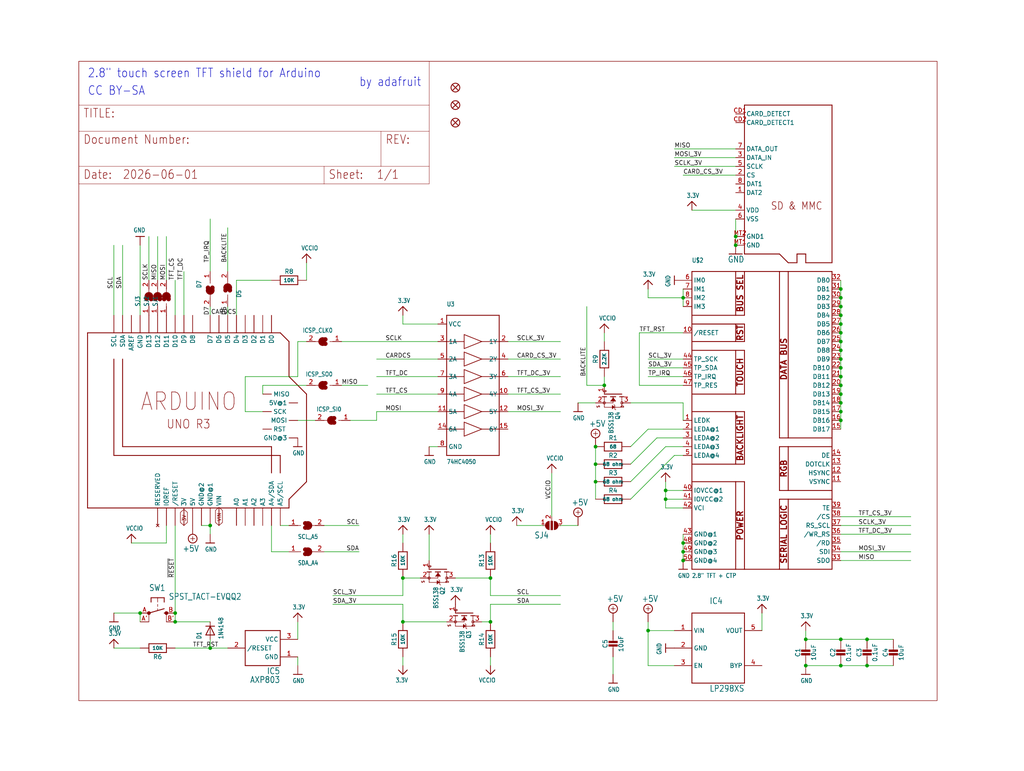
<source format=kicad_sch>
(kicad_sch (version 20230121) (generator eeschema)
  (paper "User" 297.002 223.571)
  (lib_symbols
    (symbol "working-eagle-import:+5V" (power)
      (property "Value" "+5V" (at -1.905 3.175 0))
      (symbol "+5V_1_0"
        (pin power_in line (at 0 -2.54 90) (length 2.54) (name "+5V") (number "1"))
      )
    )
    (symbol "working-eagle-import:3.3V" (power)
      (property "Value" "3.3V" (at -1.524 1.016 0))
      (symbol "3.3V_1_0"
        (pin power_in line (at 0 -2.54 90) (length 2.54) (name "3.3V") (number "1"))
      )
    )
    (symbol "working-eagle-import:74HC4050D"
      (property "Reference" "U" (at -7.62 22.86 0))
      (symbol "74HC4050D_1_0"
        (pin bidirectional line (at -10.16 17.78 0) (length 2.54) (name "VCC") (number "1"))
        (pin bidirectional line (at 10.16 -2.54 180) (length 2.54) (name "4Y") (number "10"))
        (pin bidirectional line (at -10.16 -7.62 0) (length 2.54) (name "5A") (number "11"))
        (pin bidirectional line (at 10.16 -7.62 180) (length 2.54) (name "5Y") (number "12"))
        (pin bidirectional line (at -10.16 -12.7 0) (length 2.54) (name "6A") (number "14"))
        (pin bidirectional line (at 10.16 -12.7 180) (length 2.54) (name "6Y") (number "15"))
        (pin bidirectional line (at 10.16 12.7 180) (length 2.54) (name "1Y") (number "2"))
        (pin bidirectional line (at -10.16 12.7 0) (length 2.54) (name "1A") (number "3"))
        (pin bidirectional line (at 10.16 7.62 180) (length 2.54) (name "2Y") (number "4"))
        (pin bidirectional line (at -10.16 7.62 0) (length 2.54) (name "2A") (number "5"))
        (pin bidirectional line (at 10.16 2.54 180) (length 2.54) (name "3Y") (number "6"))
        (pin bidirectional line (at -10.16 2.54 0) (length 2.54) (name "3A") (number "7"))
        (pin bidirectional line (at -10.16 -17.78 0) (length 2.54) (name "GND") (number "8"))
        (pin bidirectional line (at -10.16 -2.54 0) (length 2.54) (name "4A") (number "9"))
      )
    )
    (symbol "working-eagle-import:ARDUINO_R3_ICSPSMT"
      (symbol "ARDUINO_R3_ICSPSMT_1_0"
        (text "ARDUINO" (at 15.24 27.94 0) (effects (font (size 5.08 4.318)) (justify left bottom)))
        (text "UNO R3" (at 22.86 22.86 0) (effects (font (size 2.54 2.159)) (justify left bottom)))
        (pin power_in line (at 27.94 -5.08 90) (length 5.08) (name "3V") (number "3V"))
        (pin power_in line (at 30.48 -5.08 90) (length 5.08) (name "5V") (number "5V"))
        (pin passive line (at 60.96 30.48 180) (length 2.54) (name "5V@1") (number "5V_ICSP"))
        (pin bidirectional line (at 43.18 -5.08 90) (length 5.08) (name "A0") (number "A0"))
        (pin bidirectional line (at 45.72 -5.08 90) (length 5.08) (name "A1") (number "A1"))
        (pin bidirectional line (at 48.26 -5.08 90) (length 5.08) (name "A2") (number "A2"))
        (pin bidirectional line (at 50.8 -5.08 90) (length 5.08) (name "A3") (number "A3"))
        (pin bidirectional line (at 53.34 -5.08 90) (length 5.08) (name "A4/SDA") (number "A4"))
        (pin bidirectional line (at 55.88 -5.08 90) (length 5.08) (name "A5/SCL") (number "A5"))
        (pin bidirectional line (at 12.7 55.88 270) (length 5.08) (name "AREF") (number "AREF"))
        (pin bidirectional line (at 53.34 55.88 270) (length 5.08) (name "D0") (number "D0"))
        (pin bidirectional line (at 50.8 55.88 270) (length 5.08) (name "D1") (number "D1"))
        (pin bidirectional line (at 25.4 55.88 270) (length 5.08) (name "D10") (number "D10"))
        (pin bidirectional line (at 22.86 55.88 270) (length 5.08) (name "D11") (number "D11"))
        (pin bidirectional line (at 20.32 55.88 270) (length 5.08) (name "D12") (number "D12"))
        (pin bidirectional line (at 17.78 55.88 270) (length 5.08) (name "D13") (number "D13"))
        (pin bidirectional line (at 48.26 55.88 270) (length 5.08) (name "D2") (number "D2"))
        (pin bidirectional line (at 45.72 55.88 270) (length 5.08) (name "D3") (number "D3"))
        (pin bidirectional line (at 43.18 55.88 270) (length 5.08) (name "D4") (number "D4"))
        (pin bidirectional line (at 40.64 55.88 270) (length 5.08) (name "D5") (number "D5"))
        (pin bidirectional line (at 38.1 55.88 270) (length 5.08) (name "D6") (number "D6"))
        (pin bidirectional line (at 35.56 55.88 270) (length 5.08) (name "D7") (number "D7"))
        (pin bidirectional line (at 30.48 55.88 270) (length 5.08) (name "D8") (number "D8"))
        (pin bidirectional line (at 27.94 55.88 270) (length 5.08) (name "D9") (number "D9"))
        (pin power_in line (at 15.24 55.88 270) (length 5.08) (name "GND") (number "GND"))
        (pin power_in line (at 35.56 -5.08 90) (length 5.08) (name "GND@1") (number "GND@1"))
        (pin power_in line (at 33.02 -5.08 90) (length 5.08) (name "GND@2") (number "GND@2"))
        (pin passive line (at 60.96 20.32 180) (length 2.54) (name "GND@3") (number "GND@3"))
        (pin output line (at 22.86 -5.08 90) (length 5.08) (name "IOREF") (number "IOREF"))
        (pin passive line (at 50.8 33.02 0) (length 2.54) (name "MISO") (number "MISO"))
        (pin passive line (at 60.96 25.4 180) (length 2.54) (name "MOSI") (number "MOSI"))
        (pin no_connect line (at 20.32 -5.08 90) (length 5.08) (name "RESERVED") (number "RESERVED"))
        (pin bidirectional line (at 25.4 -5.08 90) (length 5.08) (name "/RESET") (number "RESET"))
        (pin passive line (at 50.8 22.86 0) (length 2.54) (name "RST") (number "RESET_ICSP"))
        (pin passive line (at 50.8 27.94 0) (length 2.54) (name "SCK") (number "SCK"))
        (pin bidirectional line (at 7.62 55.88 270) (length 5.08) (name "SCL") (number "SCL"))
        (pin bidirectional line (at 10.16 55.88 270) (length 5.08) (name "SDA") (number "SDA"))
        (pin power_in line (at 38.1 -5.08 90) (length 5.08) (name "VIN") (number "VIN"))
      )
    )
    (symbol "working-eagle-import:AXP083-SAG"
      (property "Reference" "IC" (at -5.08 -7.62 0))
      (symbol "AXP083-SAG_1_0"
        (pin power_in line (at -10.16 -2.54 0) (length 5.08) (name "GND") (number "1"))
        (pin output line (at 10.16 0 180) (length 5.08) (name "/RESET") (number "2"))
        (pin power_in line (at -10.16 2.54 0) (length 5.08) (name "VCC") (number "3"))
      )
    )
    (symbol "working-eagle-import:CAP_CERAMIC0805-NOOUTLINE"
      (property "Reference" "C" (at -2.29 1.25 90))
      (symbol "CAP_CERAMIC0805-NOOUTLINE_1_0"
        (pin passive line (at 0 5.08 270) (length 2.54) (name "1") (number "1"))
        (pin passive line (at 0 -2.54 90) (length 2.54) (name "2") (number "2"))
      )
    )
    (symbol "working-eagle-import:DIODESOD-323F"
      (property "Reference" "D" (at -2.54 2.54 0))
      (symbol "DIODESOD-323F_1_0"
        (pin passive line (at -2.54 0 0) (length 2.54) (name "A") (number "A"))
        (pin passive line (at 2.54 0 180) (length 2.54) (name "C") (number "C"))
      )
    )
    (symbol "working-eagle-import:DISP_LCD_CTP28_SAMPLE"
      (property "Reference" "TFT" (at -20.32 43.18 0))
      (symbol "DISP_LCD_CTP28_SAMPLE_1_0"
        (text "BACKLIGHT" (at -6.35 -7.62 900) (effects (font (size 1.6764 1.6764) (thickness 0.3353) bold)))
        (text "BUS SEL" (at -6.35 34.29 900) (effects (font (size 1.6764 1.6764) (thickness 0.3353) bold)))
        (text "DATA BUS" (at 6.35 15.24 900) (effects (font (size 1.6764 1.6764) (thickness 0.3353) bold)))
        (text "POWER" (at -6.35 -33.02 900) (effects (font (size 1.6764 1.6764) (thickness 0.3353) bold)))
        (text "RGB" (at 6.35 -16.51 900) (effects (font (size 1.6764 1.6764) (thickness 0.3353) bold)))
        (text "RST" (at -6.35 22.86 900) (effects (font (size 1.6764 1.6764) (thickness 0.3353) bold)))
        (text "SERIAL LOGIC" (at 6.35 -35.56 900) (effects (font (size 1.6764 1.6764) (thickness 0.3353) bold)))
        (text "TOUCH" (at -6.35 11.43 900) (effects (font (size 1.6764 1.6764) (thickness 0.3353) bold)))
        (pin bidirectional line (at -22.86 -2.54 0) (length 2.54) (name "LEDK") (number "1"))
        (pin bidirectional line (at -22.86 22.86 0) (length 2.54) (name "/RESET") (number "10"))
        (pin bidirectional line (at 22.86 -20.32 180) (length 2.54) (name "VSYNC") (number "11"))
        (pin bidirectional line (at 22.86 -17.78 180) (length 2.54) (name "HSYNC") (number "12"))
        (pin bidirectional line (at 22.86 -15.24 180) (length 2.54) (name "DOTCLK") (number "13"))
        (pin bidirectional line (at 22.86 -12.7 180) (length 2.54) (name "DE") (number "14"))
        (pin bidirectional line (at 22.86 -5.08 180) (length 2.54) (name "DB17") (number "15"))
        (pin bidirectional line (at 22.86 -2.54 180) (length 2.54) (name "DB16") (number "16"))
        (pin bidirectional line (at 22.86 0 180) (length 2.54) (name "DB15") (number "17"))
        (pin bidirectional line (at 22.86 2.54 180) (length 2.54) (name "DB14") (number "18"))
        (pin bidirectional line (at 22.86 5.08 180) (length 2.54) (name "DB13") (number "19"))
        (pin bidirectional line (at -22.86 -5.08 0) (length 2.54) (name "LEDA@1") (number "2"))
        (pin bidirectional line (at 22.86 7.62 180) (length 2.54) (name "DB12") (number "20"))
        (pin bidirectional line (at 22.86 10.16 180) (length 2.54) (name "DB11") (number "21"))
        (pin bidirectional line (at 22.86 12.7 180) (length 2.54) (name "DB10") (number "22"))
        (pin bidirectional line (at 22.86 15.24 180) (length 2.54) (name "DB9") (number "23"))
        (pin bidirectional line (at 22.86 17.78 180) (length 2.54) (name "DB8") (number "24"))
        (pin bidirectional line (at 22.86 20.32 180) (length 2.54) (name "DB7") (number "25"))
        (pin bidirectional line (at 22.86 22.86 180) (length 2.54) (name "DB6") (number "26"))
        (pin bidirectional line (at 22.86 25.4 180) (length 2.54) (name "DB5") (number "27"))
        (pin bidirectional line (at 22.86 27.94 180) (length 2.54) (name "DB4") (number "28"))
        (pin bidirectional line (at 22.86 30.48 180) (length 2.54) (name "DB3") (number "29"))
        (pin bidirectional line (at -22.86 -7.62 0) (length 2.54) (name "LEDA@2") (number "3"))
        (pin bidirectional line (at 22.86 33.02 180) (length 2.54) (name "DB2") (number "30"))
        (pin bidirectional line (at 22.86 35.56 180) (length 2.54) (name "DB1") (number "31"))
        (pin bidirectional line (at 22.86 38.1 180) (length 2.54) (name "DB0") (number "32"))
        (pin bidirectional line (at 22.86 -43.18 180) (length 2.54) (name "SDO") (number "33"))
        (pin bidirectional line (at 22.86 -40.64 180) (length 2.54) (name "SDI") (number "34"))
        (pin bidirectional line (at 22.86 -38.1 180) (length 2.54) (name "/RD") (number "35"))
        (pin bidirectional line (at 22.86 -35.56 180) (length 2.54) (name "/WR_RS") (number "36"))
        (pin bidirectional line (at 22.86 -33.02 180) (length 2.54) (name "RS_SCL") (number "37"))
        (pin bidirectional line (at 22.86 -30.48 180) (length 2.54) (name "/CS") (number "38"))
        (pin bidirectional line (at 22.86 -27.94 180) (length 2.54) (name "TE") (number "39"))
        (pin bidirectional line (at -22.86 -10.16 0) (length 2.54) (name "LEDA@3") (number "4"))
        (pin bidirectional line (at -22.86 -22.86 0) (length 2.54) (name "IOVCC@1") (number "40"))
        (pin bidirectional line (at -22.86 -25.4 0) (length 2.54) (name "IOVCC@2") (number "41"))
        (pin bidirectional line (at -22.86 -27.94 0) (length 2.54) (name "VCI") (number "42"))
        (pin bidirectional line (at -22.86 -35.56 0) (length 2.54) (name "GND@1") (number "43"))
        (pin bidirectional line (at -22.86 15.24 0) (length 2.54) (name "TP_SCK") (number "44"))
        (pin bidirectional line (at -22.86 12.7 0) (length 2.54) (name "TP_SDA") (number "45"))
        (pin bidirectional line (at -22.86 10.16 0) (length 2.54) (name "TP_IRQ") (number "46"))
        (pin bidirectional line (at -22.86 7.62 0) (length 2.54) (name "TP_RES") (number "47"))
        (pin bidirectional line (at -22.86 -38.1 0) (length 2.54) (name "GND@2") (number "48"))
        (pin bidirectional line (at -22.86 -40.64 0) (length 2.54) (name "GND@3") (number "49"))
        (pin bidirectional line (at -22.86 -12.7 0) (length 2.54) (name "LEDA@4") (number "5"))
        (pin bidirectional line (at -22.86 -43.18 0) (length 2.54) (name "GND@4") (number "50"))
        (pin bidirectional line (at -22.86 38.1 0) (length 2.54) (name "IM0") (number "6"))
        (pin bidirectional line (at -22.86 35.56 0) (length 2.54) (name "IM1") (number "7"))
        (pin bidirectional line (at -22.86 33.02 0) (length 2.54) (name "IM2") (number "8"))
        (pin bidirectional line (at -22.86 30.48 0) (length 2.54) (name "IM3") (number "9"))
      )
    )
    (symbol "working-eagle-import:FIDUCIAL_1MM")
    (symbol "working-eagle-import:GND" (power)
      (property "Value" "GND" (at -2.54 -2.54 0))
      (symbol "GND_1_0"
        (pin power_in line (at 0 2.54 270) (length 2.54) (name "GND") (number "1"))
      )
    )
    (symbol "working-eagle-import:LETTER_L"
      (symbol "LETTER_L_2_0"
        (text "${#}/${##}" (at 86.36 1.27 0) (effects (font (size 2.54 2.159)) (justify left bottom)))
        (text "${CURRENT_DATE}" (at 12.7 1.27 0) (effects (font (size 2.54 2.159)) (justify left bottom)))
        (text "${PROJECTNAME}" (at 17.78 19.05 0) (effects (font (size 2.54 2.159)) (justify left bottom)))
        (text "Date:" (at 1.27 1.27 0) (effects (font (size 2.54 2.159)) (justify left bottom)))
        (text "Document Number:" (at 1.27 11.43 0) (effects (font (size 2.54 2.159)) (justify left bottom)))
        (text "REV:" (at 88.9 11.43 0) (effects (font (size 2.54 2.159)) (justify left bottom)))
        (text "Sheet:" (at 72.39 1.27 0) (effects (font (size 2.54 2.159)) (justify left bottom)))
        (text "TITLE:" (at 1.27 19.05 0) (effects (font (size 2.54 2.159)) (justify left bottom)))
      )
    )
    (symbol "working-eagle-import:LP298XS"
      (property "Reference" "IC" (at -12.7 -5.08 90))
      (symbol "LP298XS_1_0"
        (pin bidirectional line (at -5.08 -15.24 90) (length 5.08) (name "VIN") (number "1"))
        (pin bidirectional line (at 0 -15.24 90) (length 5.08) (name "GND") (number "2"))
        (pin bidirectional line (at 5.08 -15.24 90) (length 5.08) (name "EN") (number "3"))
        (pin bidirectional line (at 5.08 10.16 270) (length 5.08) (name "BYP") (number "4"))
        (pin bidirectional line (at -5.08 10.16 270) (length 5.08) (name "VOUT") (number "5"))
      )
    )
    (symbol "working-eagle-import:MICROSD"
      (symbol "MICROSD_1_0"
        (text "SD & MMC" (at -7.62 -10.16 0) (effects (font (size 2.1844 1.8567)) (justify left bottom)))
        (pin bidirectional line (at -17.78 -5.08 0) (length 2.54) (name "DAT2") (number "1"))
        (pin input line (at -17.78 0 0) (length 2.54) (name "CS") (number "2"))
        (pin input line (at -17.78 5.08 0) (length 2.54) (name "DATA_IN") (number "3"))
        (pin power_in line (at -17.78 -10.16 0) (length 2.54) (name "VDD") (number "4"))
        (pin input line (at -17.78 2.54 0) (length 2.54) (name "SCLK") (number "5"))
        (pin power_in line (at -17.78 -12.7 0) (length 2.54) (name "VSS") (number "6"))
        (pin output line (at -17.78 7.62 0) (length 2.54) (name "DATA_OUT") (number "7"))
        (pin bidirectional line (at -17.78 -2.54 0) (length 2.54) (name "DAT1") (number "8"))
        (pin passive line (at -17.78 17.78 0) (length 2.54) (name "CARD_DETECT") (number "CD1"))
        (pin passive line (at -17.78 15.24 0) (length 2.54) (name "CARD_DETECT1") (number "CD2"))
        (pin power_in line (at -17.78 -20.32 0) (length 2.54) (name "GND") (number "MT1"))
        (pin power_in line (at -17.78 -17.78 0) (length 2.54) (name "GND1") (number "MT2"))
      )
    )
    (symbol "working-eagle-import:MOSFET-NWIDE"
      (property "Reference" "Q" (at 5.08 0.635 0))
      (symbol "MOSFET-NWIDE_1_0"
        (text "D" (at 3.175 3.175 0) (effects (font (size 0.8128 0.6908)) (justify left bottom)))
        (text "G" (at -1.27 -1.905 0) (effects (font (size 0.8128 0.6908)) (justify left bottom)))
        (text "S" (at 3.175 -3.81 0) (effects (font (size 0.8128 0.6908)) (justify left bottom)))
        (pin bidirectional line (at -2.54 -2.54 0) (length 2.54) (name "G") (number "1"))
        (pin bidirectional line (at 2.54 -5.08 90) (length 2.54) (name "S") (number "2"))
        (pin bidirectional line (at 2.54 5.08 270) (length 2.54) (name "D") (number "3"))
      )
    )
    (symbol "working-eagle-import:RESISTOR0805_NOOUTLINE"
      (property "Reference" "R" (at 0 2.54 0))
      (symbol "RESISTOR0805_NOOUTLINE_1_0"
        (pin passive line (at -5.08 0 0) (length 2.54) (name "1") (number "1"))
        (pin passive line (at 5.08 0 180) (length 2.54) (name "2") (number "2"))
      )
    )
    (symbol "working-eagle-import:SOLDERJUMPER"
      (property "Reference" "SJ" (at -2.54 2.54 0))
      (symbol "SOLDERJUMPER_1_0"
        (pin passive line (at -5.08 0 0) (length 2.54) (name "1") (number "1"))
        (pin passive line (at 5.08 0 180) (length 2.54) (name "2") (number "2"))
      )
    )
    (symbol "working-eagle-import:SOLDERJUMPERCLOSED"
      (property "Reference" "SJ" (at -2.54 2.54 0))
      (symbol "SOLDERJUMPERCLOSED_1_0"
        (pin passive line (at -5.08 0 0) (length 2.54) (name "1") (number "1"))
        (pin passive line (at 5.08 0 180) (length 2.54) (name "2") (number "2"))
      )
    )
    (symbol "working-eagle-import:SOLDERJUMPERREFLOW_NOPASTE"
      (property "Reference" "SJ" (at -2.54 2.54 0))
      (symbol "SOLDERJUMPERREFLOW_NOPASTE_1_0"
        (pin passive line (at -5.08 0 0) (length 2.54) (name "1") (number "1"))
        (pin passive line (at 5.08 0 180) (length 2.54) (name "2") (number "2"))
      )
    )
    (symbol "working-eagle-import:SOLDERJUMPER_2WAY"
      (property "Reference" "SJ" (at -5.08 -3.81 0))
      (symbol "SOLDERJUMPER_2WAY_1_0"
        (pin passive line (at -2.54 0 0) (length 0) (name "1") (number "1"))
        (pin passive line (at 0 2.54 270) (length 0) (name "2") (number "2"))
        (pin passive line (at 2.54 0 180) (length 0) (name "3") (number "3"))
      )
    )
    (symbol "working-eagle-import:SPST_TACT-EVQQ2"
      (property "Reference" "SW" (at -6.35 -2.54 90))
      (symbol "SPST_TACT-EVQQ2_1_0"
        (pin passive line (at 0 -5.08 90) (length 2.54) (name "P") (number "A"))
        (pin passive line (at 2.54 -5.08 90) (length 2.54) (name "P1") (number "A'"))
        (pin passive line (at 0 5.08 270) (length 2.54) (name "S") (number "B"))
        (pin passive line (at 2.54 5.08 270) (length 2.54) (name "S1") (number "B'"))
      )
    )
    (symbol "working-eagle-import:VCCIO" (power)
      (property "Value" "VCCIO" (at -1.524 1.016 0))
      (symbol "VCCIO_1_0"
        (pin power_in line (at 0 -2.54 90) (length 2.54) (name "VCCIO") (number "1"))
      )
    )
    (symbol "working-eagle-import:microbuilder_GND" (power)
      (property "Value" "microbuilder_GND" (at -1.524 -2.54 0))
      (symbol "microbuilder_GND_1_0"
        (pin power_in line (at 0 2.54 270) (length 2.54) (name "GND") (number "1"))
      )
    )
  )
  (junction (at 198.12 86.36))
  (junction (at 213.36 68.58))
  (junction (at 50.8 180.34))
  (junction (at 243.84 96.52))
  (junction (at 243.84 86.36))
  (junction (at 187.96 182.88))
  (junction (at 60.96 152.4))
  (junction (at 243.84 106.68))
  (junction (at 243.84 104.14))
  (junction (at 193.04 142.24))
  (junction (at 243.84 101.6))
  (junction (at 233.68 193.04))
  (junction (at 243.84 121.92))
  (junction (at 116.84 180.34))
  (junction (at 243.84 99.06))
  (junction (at 243.84 83.82))
  (junction (at 243.84 111.76))
  (junction (at 233.68 185.42))
  (junction (at 175.26 111.76))
  (junction (at 198.12 160.02))
  (junction (at 142.24 167.64))
  (junction (at 243.84 93.98))
  (junction (at 198.12 157.48))
  (junction (at 243.84 91.44))
  (junction (at 198.12 162.56))
  (junction (at 142.24 180.34))
  (junction (at 243.84 185.42))
  (junction (at 60.96 187.96))
  (junction (at 243.84 109.22))
  (junction (at 172.72 139.7))
  (junction (at 243.84 114.3))
  (junction (at 193.04 144.78))
  (junction (at 251.46 193.04))
  (junction (at 40.64 177.8))
  (junction (at 213.36 71.12))
  (junction (at 50.8 177.8))
  (junction (at 172.72 134.62))
  (junction (at 251.46 185.42))
  (junction (at 243.84 119.38))
  (junction (at 243.84 193.04))
  (junction (at 116.84 167.64))
  (junction (at 243.84 116.84))
  (junction (at 172.72 129.54))
  (junction (at 243.84 88.9))
  (wire (pts (xy 116.84 193.04) (xy 116.84 190.5)) (stroke (width 0.1524)))
  (wire (pts (xy 198.12 109.22) (xy 187.96 109.22)) (stroke (width 0.1524)))
  (wire (pts (xy 195.58 132.08) (xy 198.12 132.08)) (stroke (width 0.1524)))
  (wire (pts (xy 66.04 91.44) (xy 66.04 88.9)) (stroke (width 0.1524)))
  (wire (pts (xy 147.32 104.14) (xy 162.56 104.14)) (stroke (width 0.1524)))
  (wire (pts (xy 213.36 48.26) (xy 195.58 48.26)) (stroke (width 0.1524)))
  (wire (pts (xy 198.12 86.36) (xy 187.96 86.36)) (stroke (width 0.1524)))
  (wire (pts (xy 76.2 114.3) (xy 76.2 111.76)) (stroke (width 0.1524)))
  (wire (pts (xy 182.88 129.54) (xy 187.96 124.46)) (stroke (width 0.1524)))
  (wire (pts (xy 48.26 152.4) (xy 48.26 157.48)) (stroke (width 0.1524)))
  (wire (pts (xy 60.96 152.4) (xy 60.96 154.94)) (stroke (width 0.1524)))
  (wire (pts (xy 93.98 152.4) (xy 104.14 152.4)) (stroke (width 0.1524)))
  (wire (pts (xy 175.26 109.22) (xy 175.26 111.76)) (stroke (width 0.1524)))
  (wire (pts (xy 243.84 185.42) (xy 251.46 185.42)) (stroke (width 0.1524)))
  (wire (pts (xy 116.84 167.64) (xy 121.92 167.64)) (stroke (width 0.1524)))
  (wire (pts (xy 213.36 71.12) (xy 213.36 68.58)) (stroke (width 0.1524)))
  (wire (pts (xy 86.36 99.06) (xy 88.9 99.06)) (stroke (width 0.1524)))
  (wire (pts (xy 127 114.3) (xy 109.22 114.3)) (stroke (width 0.1524)))
  (wire (pts (xy 116.84 154.94) (xy 116.84 157.48)) (stroke (width 0.1524)))
  (wire (pts (xy 129.54 180.34) (xy 116.84 180.34)) (stroke (width 0.1524)))
  (wire (pts (xy 187.96 193.04) (xy 187.96 182.88)) (stroke (width 0.1524)))
  (wire (pts (xy 33.02 91.44) (xy 33.02 71.12)) (stroke (width 0.1524)))
  (wire (pts (xy 243.84 160.02) (xy 264.16 160.02)) (stroke (width 0.1524)))
  (wire (pts (xy 116.84 93.98) (xy 116.84 91.44)) (stroke (width 0.1524)))
  (wire (pts (xy 167.64 152.4) (xy 162.56 152.4)) (stroke (width 0.1524)))
  (wire (pts (xy 60.96 187.96) (xy 50.8 187.96)) (stroke (width 0.1524)))
  (wire (pts (xy 86.36 109.22) (xy 86.36 99.06)) (stroke (width 0.1524)))
  (wire (pts (xy 193.04 129.54) (xy 198.12 129.54)) (stroke (width 0.1524)))
  (wire (pts (xy 60.96 91.44) (xy 60.96 88.9)) (stroke (width 0.1524)))
  (wire (pts (xy 147.32 119.38) (xy 162.56 119.38)) (stroke (width 0.1524)))
  (wire (pts (xy 132.08 167.64) (xy 142.24 167.64)) (stroke (width 0.1524)))
  (wire (pts (xy 35.56 91.44) (xy 35.56 71.12)) (stroke (width 0.1524)))
  (wire (pts (xy 86.36 185.42) (xy 86.36 180.34)) (stroke (width 0.1524)))
  (wire (pts (xy 124.46 162.56) (xy 124.46 154.94)) (stroke (width 0.1524)))
  (wire (pts (xy 251.46 193.04) (xy 243.84 193.04)) (stroke (width 0.1524)))
  (wire (pts (xy 58.42 152.4) (xy 60.96 152.4)) (stroke (width 0.1524)))
  (wire (pts (xy 40.64 187.96) (xy 33.02 187.96)) (stroke (width 0.1524)))
  (wire (pts (xy 78.74 160.02) (xy 78.74 152.4)) (stroke (width 0.1524)))
  (wire (pts (xy 198.12 144.78) (xy 193.04 144.78)) (stroke (width 0.1524)))
  (wire (pts (xy 243.84 121.92) (xy 243.84 124.46)) (stroke (width 0.1524)))
  (wire (pts (xy 195.58 193.04) (xy 187.96 193.04)) (stroke (width 0.1524)))
  (wire (pts (xy 198.12 116.84) (xy 198.12 121.92)) (stroke (width 0.1524)))
  (wire (pts (xy 182.88 116.84) (xy 198.12 116.84)) (stroke (width 0.1524)))
  (wire (pts (xy 45.72 81.28) (xy 45.72 68.58)) (stroke (width 0.1524)))
  (wire (pts (xy 198.12 154.94) (xy 198.12 157.48)) (stroke (width 0.1524)))
  (wire (pts (xy 243.84 116.84) (xy 243.84 119.38)) (stroke (width 0.1524)))
  (wire (pts (xy 142.24 172.72) (xy 162.56 172.72)) (stroke (width 0.1524)))
  (wire (pts (xy 198.12 111.76) (xy 185.42 111.76)) (stroke (width 0.1524)))
  (wire (pts (xy 177.8 180.34) (xy 177.8 182.88)) (stroke (width 0.1524)))
  (wire (pts (xy 40.64 71.12) (xy 40.64 91.44)) (stroke (width 0.1524)))
  (wire (pts (xy 193.04 147.32) (xy 193.04 144.78)) (stroke (width 0.1524)))
  (wire (pts (xy 233.68 193.04) (xy 243.84 193.04)) (stroke (width 0.1524)))
  (wire (pts (xy 213.36 60.96) (xy 200.66 60.96)) (stroke (width 0.1524)))
  (wire (pts (xy 175.26 111.76) (xy 170.18 111.76)) (stroke (width 0.1524)))
  (wire (pts (xy 124.46 129.54) (xy 127 129.54)) (stroke (width 0.1524)))
  (wire (pts (xy 142.24 154.94) (xy 142.24 157.48)) (stroke (width 0.1524)))
  (wire (pts (xy 68.58 81.28) (xy 78.74 81.28)) (stroke (width 0.1524)))
  (wire (pts (xy 116.84 172.72) (xy 96.52 172.72)) (stroke (width 0.1524)))
  (wire (pts (xy 198.12 160.02) (xy 198.12 162.56)) (stroke (width 0.1524)))
  (wire (pts (xy 251.46 185.42) (xy 259.08 185.42)) (stroke (width 0.1524)))
  (wire (pts (xy 127 99.06) (xy 99.06 99.06)) (stroke (width 0.1524)))
  (wire (pts (xy 142.24 180.34) (xy 139.7 180.34)) (stroke (width 0.1524)))
  (wire (pts (xy 187.96 106.68) (xy 198.12 106.68)) (stroke (width 0.1524)))
  (wire (pts (xy 185.42 111.76) (xy 185.42 96.52)) (stroke (width 0.1524)))
  (wire (pts (xy 182.88 134.62) (xy 190.5 127)) (stroke (width 0.1524)))
  (wire (pts (xy 182.88 139.7) (xy 193.04 129.54)) (stroke (width 0.1524)))
  (wire (pts (xy 160.02 149.86) (xy 160.02 137.16)) (stroke (width 0.1524)))
  (wire (pts (xy 147.32 114.3) (xy 162.56 114.3)) (stroke (width 0.1524)))
  (wire (pts (xy 182.88 144.78) (xy 195.58 132.08)) (stroke (width 0.1524)))
  (wire (pts (xy 187.96 86.36) (xy 187.96 83.82)) (stroke (width 0.1524)))
  (wire (pts (xy 172.72 116.84) (xy 167.64 116.84)) (stroke (width 0.1524)))
  (wire (pts (xy 198.12 96.52) (xy 185.42 96.52)) (stroke (width 0.1524)))
  (wire (pts (xy 116.84 172.72) (xy 116.84 167.64)) (stroke (width 0.1524)))
  (wire (pts (xy 66.04 187.96) (xy 60.96 187.96)) (stroke (width 0.1524)))
  (wire (pts (xy 198.12 104.14) (xy 187.96 104.14)) (stroke (width 0.1524)))
  (wire (pts (xy 142.24 175.26) (xy 162.56 175.26)) (stroke (width 0.1524)))
  (wire (pts (xy 71.12 119.38) (xy 71.12 109.22)) (stroke (width 0.1524)))
  (wire (pts (xy 193.04 147.32) (xy 198.12 147.32)) (stroke (width 0.1524)))
  (wire (pts (xy 187.96 182.88) (xy 195.58 182.88)) (stroke (width 0.1524)))
  (wire (pts (xy 60.96 78.74) (xy 60.96 63.5)) (stroke (width 0.1524)))
  (wire (pts (xy 109.22 109.22) (xy 127 109.22)) (stroke (width 0.1524)))
  (wire (pts (xy 243.84 149.86) (xy 264.16 149.86)) (stroke (width 0.1524)))
  (wire (pts (xy 66.04 78.74) (xy 66.04 66.04)) (stroke (width 0.1524)))
  (wire (pts (xy 83.82 152.4) (xy 81.28 152.4)) (stroke (width 0.1524)))
  (wire (pts (xy 48.26 157.48) (xy 38.1 157.48)) (stroke (width 0.1524)))
  (wire (pts (xy 198.12 83.82) (xy 198.12 86.36)) (stroke (width 0.1524)))
  (wire (pts (xy 116.84 180.34) (xy 116.84 175.26)) (stroke (width 0.1524)))
  (wire (pts (xy 198.12 50.8) (xy 213.36 50.8)) (stroke (width 0.1524)))
  (wire (pts (xy 116.84 93.98) (xy 127 93.98)) (stroke (width 0.1524)))
  (wire (pts (xy 53.34 91.44) (xy 53.34 78.74)) (stroke (width 0.1524)))
  (wire (pts (xy 243.84 96.52) (xy 243.84 99.06)) (stroke (width 0.1524)))
  (wire (pts (xy 233.68 182.88) (xy 233.68 185.42)) (stroke (width 0.1524)))
  (wire (pts (xy 96.52 175.26) (xy 116.84 175.26)) (stroke (width 0.1524)))
  (wire (pts (xy 50.8 177.8) (xy 50.8 152.4)) (stroke (width 0.1524)))
  (wire (pts (xy 177.8 195.58) (xy 177.8 190.5)) (stroke (width 0.1524)))
  (wire (pts (xy 243.84 88.9) (xy 243.84 91.44)) (stroke (width 0.1524)))
  (wire (pts (xy 147.32 99.06) (xy 162.56 99.06)) (stroke (width 0.1524)))
  (wire (pts (xy 172.72 134.62) (xy 172.72 139.7)) (stroke (width 0.1524)))
  (wire (pts (xy 40.64 177.8) (xy 40.64 180.34)) (stroke (width 0.1524)))
  (wire (pts (xy 172.72 139.7) (xy 172.72 144.78)) (stroke (width 0.1524)))
  (wire (pts (xy 220.98 177.8) (xy 220.98 182.88)) (stroke (width 0.1524)))
  (wire (pts (xy 243.84 104.14) (xy 243.84 106.68)) (stroke (width 0.1524)))
  (wire (pts (xy 243.84 119.38) (xy 243.84 121.92)) (stroke (width 0.1524)))
  (wire (pts (xy 243.84 154.94) (xy 264.16 154.94)) (stroke (width 0.1524)))
  (wire (pts (xy 243.84 101.6) (xy 243.84 104.14)) (stroke (width 0.1524)))
  (wire (pts (xy 142.24 167.64) (xy 142.24 172.72)) (stroke (width 0.1524)))
  (wire (pts (xy 198.12 86.36) (xy 198.12 88.9)) (stroke (width 0.1524)))
  (wire (pts (xy 243.84 93.98) (xy 243.84 96.52)) (stroke (width 0.1524)))
  (wire (pts (xy 195.58 43.18) (xy 213.36 43.18)) (stroke (width 0.1524)))
  (wire (pts (xy 142.24 193.04) (xy 142.24 190.5)) (stroke (width 0.1524)))
  (wire (pts (xy 243.84 152.4) (xy 264.16 152.4)) (stroke (width 0.1524)))
  (wire (pts (xy 60.96 185.42) (xy 60.96 187.96)) (stroke (width 0.1524)))
  (wire (pts (xy 213.36 68.58) (xy 213.36 63.5)) (stroke (width 0.1524)))
  (wire (pts (xy 243.84 91.44) (xy 243.84 93.98)) (stroke (width 0.1524)))
  (wire (pts (xy 50.8 180.34) (xy 50.8 177.8)) (stroke (width 0.1524)))
  (wire (pts (xy 243.84 83.82) (xy 243.84 86.36)) (stroke (width 0.1524)))
  (wire (pts (xy 187.96 124.46) (xy 198.12 124.46)) (stroke (width 0.1524)))
  (wire (pts (xy 83.82 160.02) (xy 78.74 160.02)) (stroke (width 0.1524)))
  (wire (pts (xy 243.84 185.42) (xy 233.68 185.42)) (stroke (width 0.1524)))
  (wire (pts (xy 48.26 81.28) (xy 48.26 68.58)) (stroke (width 0.1524)))
  (wire (pts (xy 86.36 190.5) (xy 86.36 193.04)) (stroke (width 0.1524)))
  (wire (pts (xy 198.12 157.48) (xy 198.12 160.02)) (stroke (width 0.1524)))
  (wire (pts (xy 109.22 119.38) (xy 127 119.38)) (stroke (width 0.1524)))
  (wire (pts (xy 190.5 127) (xy 198.12 127)) (stroke (width 0.1524)))
  (wire (pts (xy 50.8 91.44) (xy 50.8 81.28)) (stroke (width 0.1524)))
  (wire (pts (xy 88.9 76.2) (xy 88.9 81.28)) (stroke (width 0.1524)))
  (wire (pts (xy 76.2 119.38) (xy 71.12 119.38)) (stroke (width 0.1524)))
  (wire (pts (xy 243.84 111.76) (xy 243.84 114.3)) (stroke (width 0.1524)))
  (wire (pts (xy 243.84 162.56) (xy 264.16 162.56)) (stroke (width 0.1524)))
  (wire (pts (xy 213.36 45.72) (xy 195.58 45.72)) (stroke (width 0.1524)))
  (wire (pts (xy 86.36 121.92) (xy 91.44 121.92)) (stroke (width 0.1524)))
  (wire (pts (xy 68.58 91.44) (xy 68.58 81.28)) (stroke (width 0.1524)))
  (wire (pts (xy 193.04 142.24) (xy 193.04 139.7)) (stroke (width 0.1524)))
  (wire (pts (xy 43.18 81.28) (xy 43.18 68.58)) (stroke (width 0.1524)))
  (wire (pts (xy 60.96 180.34) (xy 50.8 180.34)) (stroke (width 0.1524)))
  (wire (pts (xy 243.84 106.68) (xy 243.84 109.22)) (stroke (width 0.1524)))
  (wire (pts (xy 71.12 109.22) (xy 86.36 109.22)) (stroke (width 0.1524)))
  (wire (pts (xy 243.84 81.28) (xy 243.84 83.82)) (stroke (width 0.1524)))
  (wire (pts (xy 109.22 104.14) (xy 127 104.14)) (stroke (width 0.1524)))
  (wire (pts (xy 259.08 193.04) (xy 251.46 193.04)) (stroke (width 0.1524)))
  (wire (pts (xy 172.72 129.54) (xy 172.72 134.62)) (stroke (width 0.1524)))
  (wire (pts (xy 101.6 121.92) (xy 109.22 121.92)) (stroke (width 0.1524)))
  (wire (pts (xy 243.84 109.22) (xy 243.84 111.76)) (stroke (width 0.1524)))
  (wire (pts (xy 147.32 109.22) (xy 162.56 109.22)) (stroke (width 0.1524)))
  (wire (pts (xy 99.06 111.76) (xy 106.68 111.76)) (stroke (width 0.1524)))
  (wire (pts (xy 40.64 177.8) (xy 33.02 177.8)) (stroke (width 0.1524)))
  (wire (pts (xy 142.24 180.34) (xy 142.24 175.26)) (stroke (width 0.1524)))
  (wire (pts (xy 243.84 114.3) (xy 243.84 116.84)) (stroke (width 0.1524)))
  (wire (pts (xy 76.2 111.76) (xy 88.9 111.76)) (stroke (width 0.1524)))
  (wire (pts (xy 170.18 111.76) (xy 170.18 88.9)) (stroke (width 0.1524)))
  (wire (pts (xy 93.98 160.02) (xy 104.14 160.02)) (stroke (width 0.1524)))
  (wire (pts (xy 243.84 99.06) (xy 243.84 101.6)) (stroke (width 0.1524)))
  (wire (pts (xy 149.86 152.4) (xy 157.48 152.4)) (stroke (width 0.1524)))
  (wire (pts (xy 193.04 142.24) (xy 198.12 142.24)) (stroke (width 0.1524)))
  (wire (pts (xy 193.04 144.78) (xy 193.04 142.24)) (stroke (width 0.1524)))
  (wire (pts (xy 243.84 86.36) (xy 243.84 88.9)) (stroke (width 0.1524)))
  (wire (pts (xy 187.96 180.34) (xy 187.96 182.88)) (stroke (width 0.1524)))
  (wire (pts (xy 109.22 121.92) (xy 109.22 119.38)) (stroke (width 0.1524)))
  (wire (pts (xy 175.26 96.52) (xy 175.26 99.06)) (stroke (width 0.1524)))
  (text "2.8\" touch screen TFT shield for Arduino" (at 25.4 22.86 0) (effects (font (size 2.54 2.159)) (justify left bottom)))
  (text "by adafruit~{}" (at 104.14 25.4 0) (effects (font (size 2.54 2.159)) (justify left bottom)))
  (text "CC BY-SA" (at 25.4 27.94 0) (effects (font (size 2.54 2.159)) (justify left bottom)))
  (label "CARDCS" (at 68.58 91.44 180) (effects (font (size 1.2446 1.2446))))
  (label "MOSI_3V" (at 149.86 119.38 0) (effects (font (size 1.2446 1.2446))))
  (label "SCL" (at 149.86 172.72 0) (effects (font (size 1.2446 1.2446))))
  (label "MOSI_3V" (at 248.92 160.02 0) (effects (font (size 1.2446 1.2446))))
  (label "TFT_DC" (at 53.34 81.28 90) (effects (font (size 1.2446 1.2446))))
  (label "D7" (at 60.96 91.44 90) (effects (font (size 1.2446 1.2446))))
  (label "SCLK" (at 43.18 81.28 90) (effects (font (size 1.2446 1.2446))))
  (label "SCL_3V" (at 96.52 172.72 0) (effects (font (size 1.2446 1.2446))))
  (label "MISO" (at 248.92 162.56 0) (effects (font (size 1.2446 1.2446))))
  (label "CARDCS" (at 111.76 104.14 0) (effects (font (size 1.2446 1.2446))))
  (label "TFT_RST" (at 185.42 96.52 0) (effects (font (size 1.2446 1.2446))))
  (label "VCCIO" (at 160.02 144.78 90) (effects (font (size 1.2446 1.2446))))
  (label "MOSI" (at 48.26 81.28 90) (effects (font (size 1.2446 1.2446))))
  (label "SCL" (at 33.02 83.82 90) (effects (font (size 1.2446 1.2446))))
  (label "CARD_CS_3V" (at 149.86 104.14 0) (effects (font (size 1.2446 1.2446))))
  (label "D5" (at 66.04 91.44 90) (effects (font (size 1.2446 1.2446))))
  (label "~{RESET}" (at 50.8 167.64 90) (effects (font (size 1.2446 1.2446))))
  (label "SCLK_3V" (at 195.58 48.26 0) (effects (font (size 1.2446 1.2446))))
  (label "TP_IRQ" (at 187.96 109.22 0) (effects (font (size 1.2446 1.2446))))
  (label "MOSI" (at 111.76 119.38 0) (effects (font (size 1.2446 1.2446))))
  (label "TFT_CS_3V" (at 248.92 149.86 0) (effects (font (size 1.2446 1.2446))))
  (label "SCLK" (at 111.76 99.06 0) (effects (font (size 1.2446 1.2446))))
  (label "SCL_3V" (at 187.96 104.14 0) (effects (font (size 1.2446 1.2446))))
  (label "BACKLITE" (at 66.04 76.2 90) (effects (font (size 1.2446 1.2446))))
  (label "TP_IRQ" (at 60.96 76.2 90) (effects (font (size 1.2446 1.2446))))
  (label "TFT_DC_3V" (at 149.86 109.22 0) (effects (font (size 1.2446 1.2446))))
  (label "SDA_3V" (at 96.52 175.26 0) (effects (font (size 1.2446 1.2446))))
  (label "BACKLITE" (at 170.18 109.22 90) (effects (font (size 1.2446 1.2446))))
  (label "TFT_DC" (at 111.76 109.22 0) (effects (font (size 1.2446 1.2446))))
  (label "TFT_CS" (at 50.8 81.28 90) (effects (font (size 1.2446 1.2446))))
  (label "TFT_DC_3V" (at 248.92 154.94 0) (effects (font (size 1.2446 1.2446))))
  (label "MISO" (at 195.58 43.18 0) (effects (font (size 1.2446 1.2446))))
  (label "TFT_CS_3V" (at 149.86 114.3 0) (effects (font (size 1.2446 1.2446))))
  (label "SDA_3V" (at 187.96 106.68 0) (effects (font (size 1.2446 1.2446))))
  (label "SDA" (at 35.56 83.82 90) (effects (font (size 1.2446 1.2446))))
  (label "SCL" (at 104.14 152.4 180) (effects (font (size 1.2446 1.2446))))
  (label "SCLK_3V" (at 149.86 99.06 0) (effects (font (size 1.2446 1.2446))))
  (label "MISO" (at 45.72 81.28 90) (effects (font (size 1.2446 1.2446))))
  (label "TFT_RST" (at 55.88 187.96 0) (effects (font (size 1.2446 1.2446))))
  (label "SDA" (at 104.14 160.02 180) (effects (font (size 1.2446 1.2446))))
  (label "MOSI_3V" (at 195.58 45.72 0) (effects (font (size 1.2446 1.2446))))
  (label "SCLK_3V" (at 248.92 152.4 0) (effects (font (size 1.2446 1.2446))))
  (label "SDA" (at 149.86 175.26 0) (effects (font (size 1.2446 1.2446))))
  (label "TFT_CS" (at 111.76 114.3 0) (effects (font (size 1.2446 1.2446))))
  (label "CARD_CS_3V" (at 198.12 50.8 0) (effects (font (size 1.2446 1.2446))))
  (label "MISO" (at 99.06 111.76 0) (effects (font (size 1.2446 1.2446))))
  (global_label "VIN" (shape bidirectional) (at 63.5 152.4 90) (effects (font (size 1.016 1.016))) (property "Intersheetrefs" "${INTERSHEET_REFS}" (effects hide)))
  (global_label "3V" (shape bidirectional) (at 53.34 152.4 90) (effects (font (size 1.016 1.016))) (property "Intersheetrefs" "${INTERSHEET_REFS}" (effects hide)))
  (symbol (lib_id "working-eagle-import:SOLDERJUMPER") (at 60.96 83.82 90) (mirror x) (unit 1)
    (property "Reference" "D7" (at 58.42 81.28 0) (effects (font (size 1.27 1.0795)) (justify left bottom)))
    (property "Value" "SOLDERJUMPER" (effects hide))
    (property "Footprint" "working:SOLDERJUMPER_ARROW_NOPASTE" (effects hide))
  )
  (symbol (lib_id "working-eagle-import:3.3V") (at 86.36 177.8 0) (unit 1)
    (property "Reference" "#U$30" (effects hide))
    (property "Value" "3.3V" (at 84.836 176.784 0) (effects (font (size 1.27 1.0795)) (justify left bottom)))
  )
  (symbol (lib_id "working-eagle-import:SPST_TACT-EVQQ2") (at 45.72 177.8 270) (unit 1)
    (property "Reference" "SW1" (at 43.18 171.45 90) (effects (font (size 1.778 1.5113)) (justify left bottom)))
    (property "Value" "SPST_TACT-EVQQ2" (at 48.895 173.99 90) (effects (font (size 1.778 1.5113)) (justify left bottom)))
    (property "Footprint" "working:EVQ-Q2" (effects hide))
  )
  (symbol (lib_id "working-eagle-import:FIDUCIAL_1MM") (at 132.08 35.56 0) (unit 1)
    (property "Reference" "U$11" (effects hide))
    (property "Value" "FIDUCIAL_1MM" (effects hide))
    (property "Footprint" "working:FIDUCIAL_1MM" (effects hide))
  )
  (symbol (lib_id "working-eagle-import:RESISTOR0805_NOOUTLINE") (at 175.26 104.14 90) (unit 1)
    (property "Reference" "R9" (at 172.72 104.14 0))
    (property "Value" "2.2K" (at 175.26 104.14 0) (effects (font (size 1.016 1.016) bold)))
    (property "Footprint" "working:0805-NO" (effects hide))
  )
  (symbol (lib_id "working-eagle-import:CAP_CERAMIC0805-NOOUTLINE") (at 177.8 187.96 0) (unit 1)
    (property "Reference" "C5" (at 175.51 186.71 90))
    (property "Value" "10uF" (at 180.1 186.71 90))
    (property "Footprint" "working:0805-NO" (effects hide))
  )
  (symbol (lib_id "working-eagle-import:SOLDERJUMPERCLOSED") (at 93.98 99.06 0) (mirror y) (unit 1)
    (property "Reference" "ICSP_CLK0" (at 96.52 96.52 0) (effects (font (size 1.27 1.0795)) (justify left bottom)))
    (property "Value" "SOLDERJUMPERCLOSED" (effects hide))
    (property "Footprint" "working:SOLDERJUMPER_CLOSEDWIRE" (effects hide))
  )
  (symbol (lib_id "working-eagle-import:SOLDERJUMPERCLOSED") (at 93.98 111.76 0) (mirror y) (unit 1)
    (property "Reference" "ICSP_SO0" (at 96.52 109.22 0) (effects (font (size 1.27 1.0795)) (justify left bottom)))
    (property "Value" "SOLDERJUMPERCLOSED" (effects hide))
    (property "Footprint" "working:SOLDERJUMPER_CLOSEDWIRE" (effects hide))
  )
  (symbol (lib_id "working-eagle-import:LETTER_L") (at 22.86 203.2 0) (unit 1)
    (property "Reference" "#FRAME1" (effects hide))
    (property "Value" "LETTER_L" (effects hide))
  )
  (symbol (lib_id "working-eagle-import:3.3V") (at 116.84 88.9 0) (unit 1)
    (property "Reference" "#U$21" (effects hide))
    (property "Value" "3.3V" (at 115.316 87.884 0) (effects (font (size 1.27 1.0795)) (justify left bottom)))
  )
  (symbol (lib_id "working-eagle-import:DIODESOD-323F") (at 60.96 182.88 90) (unit 1)
    (property "Reference" "D1" (at 58.42 185.42 0) (effects (font (size 1.27 1.0795)) (justify left bottom)))
    (property "Value" "1N4148" (at 64.77 185.42 0) (effects (font (size 1.27 1.0795)) (justify left bottom)))
    (property "Footprint" "working:SOD-323F" (effects hide))
  )
  (symbol (lib_id "working-eagle-import:+5V") (at 177.8 177.8 0) (unit 1)
    (property "Reference" "#SUPPLY5" (effects hide))
    (property "Value" "+5V" (at 175.895 174.625 0) (effects (font (size 1.778 1.5113)) (justify left bottom)))
  )
  (symbol (lib_id "working-eagle-import:3.3V") (at 116.84 152.4 0) (unit 1)
    (property "Reference" "#U$24" (effects hide))
    (property "Value" "3.3V" (at 115.316 151.384 0) (effects (font (size 1.27 1.0795)) (justify left bottom)))
  )
  (symbol (lib_id "working-eagle-import:CAP_CERAMIC0805-NOOUTLINE") (at 233.68 190.5 0) (unit 1)
    (property "Reference" "C1" (at 231.39 189.25 90))
    (property "Value" "10uF" (at 235.98 189.25 90))
    (property "Footprint" "working:0805-NO" (effects hide))
  )
  (symbol (lib_id "working-eagle-import:MICROSD") (at 231.14 50.8 0) (unit 1)
    (property "Reference" "U$3" (effects hide))
    (property "Value" "MICROSD" (effects hide))
    (property "Footprint" "working:MICROSD" (effects hide))
  )
  (symbol (lib_id "working-eagle-import:LETTER_L") (at 22.86 53.34 0) (unit 2)
    (property "Reference" "#FRAME1" (effects hide))
    (property "Value" "LETTER_L" (effects hide))
  )
  (symbol (lib_id "working-eagle-import:FIDUCIAL_1MM") (at 132.08 25.4 0) (unit 1)
    (property "Reference" "U$10" (effects hide))
    (property "Value" "FIDUCIAL_1MM" (effects hide))
    (property "Footprint" "working:FIDUCIAL_1MM" (effects hide))
  )
  (symbol (lib_id "working-eagle-import:SOLDERJUMPER") (at 43.18 86.36 90) (unit 1)
    (property "Reference" "SJ3" (at 40.64 88.9 0) (effects (font (size 1.27 1.0795)) (justify left bottom)))
    (property "Value" "SOLDERJUMPER" (effects hide))
    (property "Footprint" "working:SOLDERJUMPER_ARROW_NOPASTE" (effects hide))
  )
  (symbol (lib_id "working-eagle-import:RESISTOR0805_NOOUTLINE") (at 177.8 134.62 0) (unit 1)
    (property "Reference" "R2" (at 177.8 132.08 0))
    (property "Value" "68 ohm" (at 177.8 134.62 0) (effects (font (size 1.016 1.016) bold)))
    (property "Footprint" "working:0805-NO" (effects hide))
  )
  (symbol (lib_id "working-eagle-import:3.3V") (at 193.04 137.16 0) (unit 1)
    (property "Reference" "#U$33" (effects hide))
    (property "Value" "3.3V" (at 191.516 136.144 0) (effects (font (size 1.27 1.0795)) (justify left bottom)))
  )
  (symbol (lib_id "working-eagle-import:microbuilder_GND") (at 233.68 195.58 0) (unit 1)
    (property "Reference" "#U$5" (effects hide))
    (property "Value" "GND" (at 232.156 198.12 0) (effects (font (size 1.27 1.0795)) (justify left bottom)))
  )
  (symbol (lib_id "working-eagle-import:3.3V") (at 233.68 180.34 0) (unit 1)
    (property "Reference" "#U$28" (effects hide))
    (property "Value" "3.3V" (at 232.156 179.324 0) (effects (font (size 1.27 1.0795)) (justify left bottom)))
  )
  (symbol (lib_id "working-eagle-import:VCCIO") (at 38.1 154.94 0) (unit 1)
    (property "Reference" "#U$36" (effects hide))
    (property "Value" "VCCIO" (at 36.576 153.924 0) (effects (font (size 1.27 1.0795)) (justify left bottom)))
  )
  (symbol (lib_id "working-eagle-import:microbuilder_GND") (at 177.8 198.12 0) (unit 1)
    (property "Reference" "#U$13" (effects hide))
    (property "Value" "GND" (at 176.276 200.66 0) (effects (font (size 1.27 1.0795)) (justify left bottom)))
  )
  (symbol (lib_id "working-eagle-import:+5V") (at 187.96 177.8 0) (unit 1)
    (property "Reference" "#SUPPLY2" (effects hide))
    (property "Value" "+5V" (at 186.055 174.625 0) (effects (font (size 1.778 1.5113)) (justify left bottom)))
  )
  (symbol (lib_id "working-eagle-import:microbuilder_GND") (at 167.64 119.38 0) (unit 1)
    (property "Reference" "#U$6" (effects hide))
    (property "Value" "GND" (at 166.116 121.92 0) (effects (font (size 1.27 1.0795)) (justify left bottom)))
  )
  (symbol (lib_id "working-eagle-import:SOLDERJUMPER") (at 48.26 86.36 90) (unit 1)
    (property "Reference" "SJ1" (at 45.72 88.9 0) (effects (font (size 1.27 1.0795)) (justify left bottom)))
    (property "Value" "SOLDERJUMPER" (effects hide))
    (property "Footprint" "working:SOLDERJUMPER_ARROW_NOPASTE" (effects hide))
  )
  (symbol (lib_id "working-eagle-import:microbuilder_GND") (at 124.46 132.08 0) (unit 1)
    (property "Reference" "#U$9" (effects hide))
    (property "Value" "GND" (at 122.936 134.62 0) (effects (font (size 1.27 1.0795)) (justify left bottom)))
  )
  (symbol (lib_id "working-eagle-import:+5V") (at 172.72 127 0) (unit 1)
    (property "Reference" "#SUPPLY4" (effects hide))
    (property "Value" "+5V" (at 170.815 123.825 0) (effects (font (size 1.778 1.5113)) (justify left bottom)))
  )
  (symbol (lib_id "working-eagle-import:SOLDERJUMPER") (at 66.04 83.82 270) (mirror x) (unit 1)
    (property "Reference" "D5" (at 68.58 86.36 0) (effects (font (size 1.27 1.0795)) (justify left bottom)))
    (property "Value" "SOLDERJUMPER" (effects hide))
    (property "Footprint" "working:SOLDERJUMPER_ARROW_NOPASTE" (effects hide))
  )
  (symbol (lib_id "working-eagle-import:CAP_CERAMIC0805-NOOUTLINE") (at 243.84 190.5 0) (unit 1)
    (property "Reference" "C2" (at 241.55 189.25 90))
    (property "Value" "0.1uF" (at 246.14 189.25 90))
    (property "Footprint" "working:0805-NO" (effects hide))
  )
  (symbol (lib_id "working-eagle-import:VCCIO") (at 142.24 152.4 0) (unit 1)
    (property "Reference" "#U$37" (effects hide))
    (property "Value" "VCCIO" (at 140.716 151.384 0) (effects (font (size 1.27 1.0795)) (justify left bottom)))
  )
  (symbol (lib_id "working-eagle-import:DISP_LCD_CTP28_SAMPLE") (at 220.98 119.38 0) (unit 1)
    (property "Reference" "U$2" (at 200.66 76.2 0) (effects (font (size 1.27 1.0795)) (justify left bottom)))
    (property "Value" "2.8\" TFT + CTP" (at 200.66 167.64 0) (effects (font (size 1.27 1.0795)) (justify left bottom)))
    (property "Footprint" "working:TFT_2.83IN_240X320_50PIN" (effects hide))
  )
  (symbol (lib_id "working-eagle-import:microbuilder_GND") (at 40.64 68.58 180) (unit 1)
    (property "Reference" "#U$15" (effects hide))
    (property "Value" "GND" (at 42.164 66.04 0) (effects (font (size 1.27 1.0795)) (justify left bottom)))
  )
  (symbol (lib_id "working-eagle-import:microbuilder_GND") (at 86.36 129.54 0) (unit 1)
    (property "Reference" "#U$12" (effects hide))
    (property "Value" "GND" (at 84.836 132.08 0) (effects (font (size 1.27 1.0795)) (justify left bottom)))
  )
  (symbol (lib_id "working-eagle-import:ARDUINO_R3_ICSPSMT") (at 25.4 147.32 0) (unit 1)
    (property "Reference" "U$17" (effects hide))
    (property "Value" "ARDUINO_R3_ICSPSMT" (effects hide))
    (property "Footprint" "working:ARDUINOR3_ICSP_SMT" (effects hide))
  )
  (symbol (lib_id "working-eagle-import:VCCIO") (at 175.26 93.98 0) (unit 1)
    (property "Reference" "#U$39" (effects hide))
    (property "Value" "VCCIO" (at 173.736 92.964 0) (effects (font (size 1.27 1.0795)) (justify left bottom)))
  )
  (symbol (lib_id "working-eagle-import:AXP083-SAG") (at 76.2 187.96 0) (mirror y) (unit 1)
    (property "Reference" "IC5" (at 81.28 195.58 0) (effects (font (size 1.778 1.5113)) (justify left bottom)))
    (property "Value" "AXP803" (at 81.28 198.12 0) (effects (font (size 1.778 1.5113)) (justify left bottom)))
    (property "Footprint" "working:SOT23" (effects hide))
  )
  (symbol (lib_id "working-eagle-import:RESISTOR0805_NOOUTLINE") (at 116.84 162.56 90) (unit 1)
    (property "Reference" "R16" (at 114.3 162.56 0))
    (property "Value" "10K" (at 116.84 162.56 0) (effects (font (size 1.016 1.016) bold)))
    (property "Footprint" "working:0805-NO" (effects hide))
  )
  (symbol (lib_id "working-eagle-import:RESISTOR0805_NOOUTLINE") (at 142.24 185.42 90) (unit 1)
    (property "Reference" "R14" (at 139.7 185.42 0))
    (property "Value" "10K" (at 142.24 185.42 0) (effects (font (size 1.016 1.016) bold)))
    (property "Footprint" "working:0805-NO" (effects hide))
  )
  (symbol (lib_id "working-eagle-import:CAP_CERAMIC0805-NOOUTLINE") (at 251.46 190.5 0) (unit 1)
    (property "Reference" "C3" (at 249.17 189.25 90))
    (property "Value" "0.1uF" (at 253.76 189.25 90))
    (property "Footprint" "working:0805-NO" (effects hide))
  )
  (symbol (lib_id "working-eagle-import:SOLDERJUMPERREFLOW_NOPASTE") (at 88.9 160.02 0) (mirror x) (unit 1)
    (property "Reference" "SDA_A4" (at 86.36 162.56 0) (effects (font (size 1.27 1.0795)) (justify left bottom)))
    (property "Value" "SOLDERJUMPERREFLOW_NOPASTE" (effects hide))
    (property "Footprint" "working:SOLDERJUMPER_REFLOW_NOPASTE" (effects hide))
  )
  (symbol (lib_id "working-eagle-import:microbuilder_GND") (at 198.12 165.1 0) (unit 1)
    (property "Reference" "#U$8" (effects hide))
    (property "Value" "GND" (at 196.596 167.64 0) (effects (font (size 1.27 1.0795)) (justify left bottom)))
  )
  (symbol (lib_id "working-eagle-import:microbuilder_GND") (at 86.36 195.58 0) (unit 1)
    (property "Reference" "#U$14" (effects hide))
    (property "Value" "GND" (at 84.836 198.12 0) (effects (font (size 1.27 1.0795)) (justify left bottom)))
  )
  (symbol (lib_id "working-eagle-import:MOSFET-NWIDE") (at 177.8 114.3 270) (unit 1)
    (property "Reference" "Q4" (at 178.435 119.38 0) (effects (font (size 1.27 1.0795)) (justify left bottom)))
    (property "Value" "BSS138" (at 176.53 119.38 0) (effects (font (size 1.27 1.0795)) (justify left bottom)))
    (property "Footprint" "working:SOT23-WIDE" (effects hide))
  )
  (symbol (lib_id "working-eagle-import:74HC4050D") (at 137.16 111.76 0) (unit 1)
    (property "Reference" "U3" (at 129.54 88.9 0) (effects (font (size 1.27 1.0795)) (justify left bottom)))
    (property "Value" "74HC4050" (at 129.54 134.62 0) (effects (font (size 1.27 1.0795)) (justify left bottom)))
    (property "Footprint" "working:SOIC16" (effects hide))
  )
  (symbol (lib_id "working-eagle-import:CAP_CERAMIC0805-NOOUTLINE") (at 259.08 190.5 0) (unit 1)
    (property "Reference" "C4" (at 256.79 189.25 90))
    (property "Value" "10uF" (at 261.38 189.25 90))
    (property "Footprint" "working:0805-NO" (effects hide))
  )
  (symbol (lib_id "working-eagle-import:RESISTOR0805_NOOUTLINE") (at 177.8 129.54 0) (unit 1)
    (property "Reference" "R1" (at 177.8 127 0))
    (property "Value" "68" (at 177.8 129.54 0) (effects (font (size 1.016 1.016) bold)))
    (property "Footprint" "working:0805-NO" (effects hide))
  )
  (symbol (lib_id "working-eagle-import:SOLDERJUMPER_2WAY") (at 160.02 152.4 0) (unit 1)
    (property "Reference" "SJ4" (at 154.94 156.21 0) (effects (font (size 1.778 1.5113)) (justify left bottom)))
    (property "Value" "SOLDERJUMPER_2WAY" (effects hide))
    (property "Footprint" "working:SOLDERJUMPER_2WAY_OPEN_NOPASTE" (effects hide))
  )
  (symbol (lib_id "working-eagle-import:SOLDERJUMPER") (at 45.72 86.36 90) (unit 1)
    (property "Reference" "SJ2" (at 43.18 88.9 0) (effects (font (size 1.27 1.0795)) (justify left bottom)))
    (property "Value" "SOLDERJUMPER" (effects hide))
    (property "Footprint" "working:SOLDERJUMPER_ARROW_NOPASTE" (effects hide))
  )
  (symbol (lib_id "working-eagle-import:FIDUCIAL_1MM") (at 132.08 30.48 0) (unit 1)
    (property "Reference" "U$19" (effects hide))
    (property "Value" "FIDUCIAL_1MM" (effects hide))
    (property "Footprint" "working:FIDUCIAL_1MM" (effects hide))
  )
  (symbol (lib_id "working-eagle-import:MOSFET-NWIDE") (at 127 165.1 270) (unit 1)
    (property "Reference" "Q2" (at 127.635 170.18 0) (effects (font (size 1.27 1.0795)) (justify left bottom)))
    (property "Value" "BSS138" (at 125.73 170.18 0) (effects (font (size 1.27 1.0795)) (justify left bottom)))
    (property "Footprint" "working:SOT23-WIDE" (effects hide))
  )
  (symbol (lib_id "working-eagle-import:GND") (at 213.36 73.66 0) (mirror y) (unit 1)
    (property "Reference" "#GND1" (effects hide))
    (property "Value" "GND" (at 215.9 76.2 0) (effects (font (size 1.778 1.5113)) (justify left bottom)))
  )
  (symbol (lib_id "working-eagle-import:3.3V") (at 149.86 149.86 0) (unit 1)
    (property "Reference" "#U$34" (effects hide))
    (property "Value" "3.3V" (at 148.336 148.844 0) (effects (font (size 1.27 1.0795)) (justify left bottom)))
  )
  (symbol (lib_id "working-eagle-import:VCCIO") (at 142.24 195.58 180) (unit 1)
    (property "Reference" "#U$38" (effects hide))
    (property "Value" "VCCIO" (at 143.764 196.596 0) (effects (font (size 1.27 1.0795)) (justify left bottom)))
  )
  (symbol (lib_id "working-eagle-import:3.3V") (at 124.46 152.4 0) (unit 1)
    (property "Reference" "#U$25" (effects hide))
    (property "Value" "3.3V" (at 122.936 151.384 0) (effects (font (size 1.27 1.0795)) (justify left bottom)))
  )
  (symbol (lib_id "working-eagle-import:+5V") (at 55.88 154.94 180) (unit 1)
    (property "Reference" "#SUPPLY6" (effects hide))
    (property "Value" "+5V" (at 57.785 158.115 0) (effects (font (size 1.778 1.5113)) (justify left bottom)))
  )
  (symbol (lib_id "working-eagle-import:microbuilder_GND") (at 33.02 180.34 0) (unit 1)
    (property "Reference" "#U$18" (effects hide))
    (property "Value" "GND" (at 31.496 182.88 0) (effects (font (size 1.27 1.0795)) (justify left bottom)))
  )
  (symbol (lib_id "working-eagle-import:3.3V") (at 116.84 195.58 180) (unit 1)
    (property "Reference" "#U$23" (effects hide))
    (property "Value" "3.3V" (at 118.364 196.596 0) (effects (font (size 1.27 1.0795)) (justify left bottom)))
  )
  (symbol (lib_id "working-eagle-import:RESISTOR0805_NOOUTLINE") (at 177.8 139.7 0) (unit 1)
    (property "Reference" "R3" (at 177.8 137.16 0))
    (property "Value" "68 ohm" (at 177.8 139.7 0) (effects (font (size 1.016 1.016) bold)))
    (property "Footprint" "working:0805-NO" (effects hide))
  )
  (symbol (lib_id "working-eagle-import:SOLDERJUMPERREFLOW_NOPASTE") (at 88.9 152.4 0) (mirror x) (unit 1)
    (property "Reference" "SCL_A5" (at 86.36 154.94 0) (effects (font (size 1.27 1.0795)) (justify left bottom)))
    (property "Value" "SOLDERJUMPERREFLOW_NOPASTE" (effects hide))
    (property "Footprint" "working:SOLDERJUMPER_REFLOW_NOPASTE" (effects hide))
  )
  (symbol (lib_id "working-eagle-import:RESISTOR0805_NOOUTLINE") (at 45.72 187.96 180) (unit 1)
    (property "Reference" "R6" (at 45.72 190.5 0))
    (property "Value" "10K" (at 45.72 187.96 0) (effects (font (size 1.016 1.016) bold)))
    (property "Footprint" "working:0805-NO" (effects hide))
  )
  (symbol (lib_id "working-eagle-import:3.3V") (at 33.02 185.42 0) (unit 1)
    (property "Reference" "#U$29" (effects hide))
    (property "Value" "3.3V" (at 31.496 184.404 0) (effects (font (size 1.27 1.0795)) (justify left bottom)))
  )
  (symbol (lib_id "working-eagle-import:VCCIO") (at 160.02 134.62 0) (unit 1)
    (property "Reference" "#U$35" (effects hide))
    (property "Value" "VCCIO" (at 158.496 133.604 0) (effects (font (size 1.27 1.0795)) (justify left bottom)))
  )
  (symbol (lib_id "working-eagle-import:LP298XS") (at 210.82 187.96 270) (unit 1)
    (property "Reference" "IC4" (at 205.74 175.26 90) (effects (font (size 1.778 1.5113)) (justify left bottom)))
    (property "Value" "LP298XS" (at 205.74 200.66 90) (effects (font (size 1.778 1.5113)) (justify left bottom)))
    (property "Footprint" "working:SOT23-5L" (effects hide))
  )
  (symbol (lib_id "working-eagle-import:VCCIO") (at 88.9 73.66 0) (unit 1)
    (property "Reference" "#U$22" (effects hide))
    (property "Value" "VCCIO" (at 87.376 72.644 0) (effects (font (size 1.27 1.0795)) (justify left bottom)))
  )
  (symbol (lib_id "working-eagle-import:RESISTOR0805_NOOUTLINE") (at 116.84 185.42 90) (unit 1)
    (property "Reference" "R15" (at 114.3 185.42 0))
    (property "Value" "10K" (at 116.84 185.42 0) (effects (font (size 1.016 1.016) bold)))
    (property "Footprint" "working:0805-NO" (effects hide))
  )
  (symbol (lib_id "working-eagle-import:microbuilder_GND") (at 193.04 187.96 270) (unit 1)
    (property "Reference" "#U$4" (effects hide))
    (property "Value" "GND" (at 190.5 186.436 0) (effects (font (size 1.27 1.0795)) (justify left bottom)))
  )
  (symbol (lib_id "working-eagle-import:3.3V") (at 200.66 58.42 0) (unit 1)
    (property "Reference" "#U$31" (effects hide))
    (property "Value" "3.3V" (at 199.136 57.404 0) (effects (font (size 1.27 1.0795)) (justify left bottom)))
  )
  (symbol (lib_id "working-eagle-import:RESISTOR0805_NOOUTLINE") (at 177.8 144.78 0) (unit 1)
    (property "Reference" "R4" (at 177.8 142.24 0))
    (property "Value" "68 ohm" (at 177.8 144.78 0) (effects (font (size 1.016 1.016) bold)))
    (property "Footprint" "working:0805-NO" (effects hide))
  )
  (symbol (lib_id "working-eagle-import:RESISTOR0805_NOOUTLINE") (at 142.24 162.56 90) (unit 1)
    (property "Reference" "R13" (at 139.7 162.56 0))
    (property "Value" "10K" (at 142.24 162.56 0) (effects (font (size 1.016 1.016) bold)))
    (property "Footprint" "working:0805-NO" (effects hide))
  )
  (symbol (lib_id "working-eagle-import:microbuilder_GND") (at 195.58 81.28 270) (unit 1)
    (property "Reference" "#U$1" (effects hide))
    (property "Value" "GND" (at 193.04 79.756 0) (effects (font (size 1.27 1.0795)) (justify left bottom)))
  )
  (symbol (lib_id "working-eagle-import:3.3V") (at 220.98 175.26 0) (unit 1)
    (property "Reference" "#U$27" (effects hide))
    (property "Value" "3.3V" (at 219.456 174.244 0) (effects (font (size 1.27 1.0795)) (justify left bottom)))
  )
  (symbol (lib_id "working-eagle-import:MOSFET-NWIDE") (at 134.62 177.8 270) (unit 1)
    (property "Reference" "Q3" (at 135.255 182.88 0) (effects (font (size 1.27 1.0795)) (justify left bottom)))
    (property "Value" "BSS138" (at 133.35 182.88 0) (effects (font (size 1.27 1.0795)) (justify left bottom)))
    (property "Footprint" "working:SOT23-WIDE" (effects hide))
  )
  (symbol (lib_id "working-eagle-import:SOLDERJUMPERCLOSED") (at 96.52 121.92 0) (mirror y) (unit 1)
    (property "Reference" "ICSP_SI0" (at 99.06 119.38 0) (effects (font (size 1.27 1.0795)) (justify left bottom)))
    (property "Value" "SOLDERJUMPERCLOSED" (effects hide))
    (property "Footprint" "working:SOLDERJUMPER_CLOSEDWIRE" (effects hide))
  )
  (symbol (lib_id "working-eagle-import:+5V") (at 167.64 149.86 0) (unit 1)
    (property "Reference" "#SUPPLY3" (effects hide))
    (property "Value" "+5V" (at 165.735 146.685 0) (effects (font (size 1.778 1.5113)) (justify left bottom)))
  )
  (symbol (lib_id "working-eagle-import:microbuilder_GND") (at 60.96 157.48 0) (unit 1)
    (property "Reference" "#U$16" (effects hide))
    (property "Value" "GND" (at 59.436 160.02 0) (effects (font (size 1.27 1.0795)) (justify left bottom)))
  )
  (symbol (lib_id "working-eagle-import:3.3V") (at 187.96 81.28 0) (unit 1)
    (property "Reference" "#U$32" (effects hide))
    (property "Value" "3.3V" (at 186.436 80.264 0) (effects (font (size 1.27 1.0795)) (justify left bottom)))
  )
  (symbol (lib_id "working-eagle-import:3.3V") (at 132.08 172.72 0) (unit 1)
    (property "Reference" "#U$26" (effects hide))
    (property "Value" "3.3V" (at 130.556 171.704 0) (effects (font (size 1.27 1.0795)) (justify left bottom)))
  )
  (symbol (lib_id "working-eagle-import:RESISTOR0805_NOOUTLINE") (at 83.82 81.28 0) (unit 1)
    (property "Reference" "R8" (at 83.82 78.74 0))
    (property "Value" "10K" (at 83.82 81.28 0) (effects (font (size 1.016 1.016) bold)))
    (property "Footprint" "working:0805-NO" (effects hide))
  )
)
</source>
